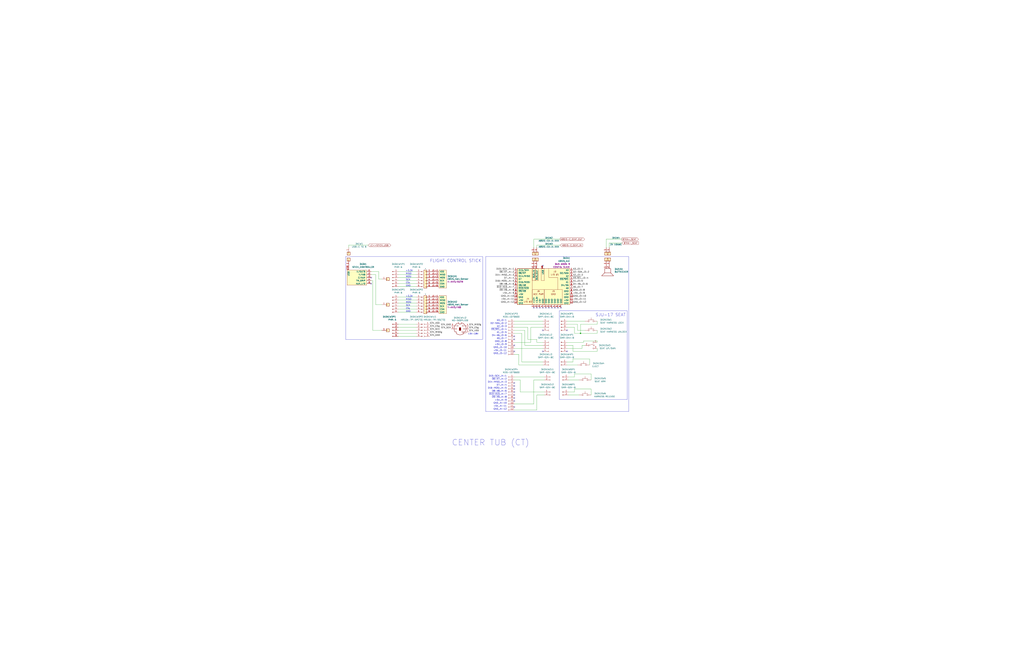
<source format=kicad_sch>
(kicad_sch (version 20230121) (generator eeschema)
  (paper "D")
  (title_block (title "INTERCONNECT,") (date "2023-06-10") (rev "-") (company "OPENHORNET.COM") (comment 1 "OH-INTERCONNECT") (comment 2 "OPENHORNET SYSTEM") (comment 3 "TOP LEVEL") (comment 4 "J. STEENSEN") (comment 6 "J. STEENSEN"))
  (lib_symbols
    (symbol "Connector:Mini-DIN-5" (pin_names (offset 1.016))
      (property "Reference" "J" (at 0 6.35 0))
      (property "Value" "Mini-DIN-5" (at 0 -6.35 0))
      (symbol "Mini-DIN-5_0_1"
        (circle (center -3.302 0) (radius 0.508))
        (arc (start -3.048 -4.064) (mid 0 -5.08) (end 3.048 -4.064) (stroke (width 0.254)))
        (circle (center -2.032 2.54) (radius 0.508))
        (arc (start -1.016 5.08) (mid -4.6228 2.1214) (end -4.318 -2.54) (stroke (width 0.254)))
        (rectangle (start -0.762 1.016) (end 0.762 -1.524) (fill (type outline)))
        (polyline (pts (xy -3.81 0) (xy -5.08 0)))
        (polyline (pts (xy -2.54 2.54) (xy -5.08 2.54)))
        (polyline (pts (xy 2.794 2.54) (xy 5.08 2.54)))
        (polyline (pts (xy 5.08 0) (xy 3.81 0)))
        (polyline (pts (xy -4.318 -2.54) (xy -3.048 -2.54) (xy -3.048 -4.064)) (stroke (width 0.254)))
        (polyline (pts (xy 4.318 -2.54) (xy 3.048 -2.54) (xy 3.048 -4.064)) (stroke (width 0.254)))
        (polyline (pts (xy -1.016 5.08) (xy -1.016 4.064) (xy 1.016 4.064) (xy 1.016 5.08)) (stroke (width 0.254)))
        (polyline (pts (xy 2.032 -3.048) (xy 2.032 -3.556) (xy 5.08 -3.556) (xy 5.08 -2.54)))
        (circle (center 2.032 -2.54) (radius 0.508))
        (circle (center 2.286 2.54) (radius 0.508))
        (circle (center 3.302 0) (radius 0.508))
        (arc (start 4.318 -2.54) (mid 4.6661 2.1322) (end 1.016 5.08) (stroke (width 0.254)))
      )
      (symbol "Mini-DIN-5_1_1"
        (pin passive line (at 7.62 -2.54 180) (length 2.54) (name "~") (number "1"))
        (pin passive line (at 7.62 0 180) (length 2.54) (name "~") (number "2"))
        (pin passive line (at -7.62 0 0) (length 2.54) (name "~") (number "3"))
        (pin passive line (at 7.62 2.54 180) (length 2.54) (name "~") (number "4"))
        (pin passive line (at -7.62 2.54 0) (length 2.54) (name "~") (number "5"))
      )
    )
    (symbol "Connector_Generic:Conn_01x01" (pin_names (offset 1.016) hide)
      (property "Reference" "J" (at 0 2.54 0))
      (property "Value" "Conn_01x01" (at 0 -2.54 0))
      (symbol "Conn_01x01_1_1"
        (rectangle (start -1.27 0.127) (end 0 -0.127) (stroke (width 0.1524)))
        (rectangle (start -1.27 1.27) (end 1.27 -1.27) (stroke (width 0.254)) (fill (type background)))
        (pin passive line (at -5.08 0 0) (length 3.81) (name "Pin_1") (number "1"))
      )
    )
    (symbol "Connector_Generic:Conn_01x06" (pin_names (offset 1.016) hide)
      (property "Reference" "J" (at 0 7.62 0))
      (property "Value" "Conn_01x06" (at 0 -10.16 0))
      (symbol "Conn_01x06_1_1"
        (rectangle (start -1.27 -7.493) (end 0 -7.747) (stroke (width 0.1524)))
        (rectangle (start -1.27 -4.953) (end 0 -5.207) (stroke (width 0.1524)))
        (rectangle (start -1.27 -2.413) (end 0 -2.667) (stroke (width 0.1524)))
        (rectangle (start -1.27 0.127) (end 0 -0.127) (stroke (width 0.1524)))
        (rectangle (start -1.27 2.667) (end 0 2.413) (stroke (width 0.1524)))
        (rectangle (start -1.27 5.207) (end 0 4.953) (stroke (width 0.1524)))
        (rectangle (start -1.27 6.35) (end 1.27 -8.89) (stroke (width 0.254)) (fill (type background)))
        (pin passive line (at -5.08 5.08 0) (length 3.81) (name "Pin_1") (number "1"))
        (pin passive line (at -5.08 2.54 0) (length 3.81) (name "Pin_2") (number "2"))
        (pin passive line (at -5.08 0 0) (length 3.81) (name "Pin_3") (number "3"))
        (pin passive line (at -5.08 -2.54 0) (length 3.81) (name "Pin_4") (number "4"))
        (pin passive line (at -5.08 -5.08 0) (length 3.81) (name "Pin_5") (number "5"))
        (pin passive line (at -5.08 -7.62 0) (length 3.81) (name "Pin_6") (number "6"))
      )
    )
    (symbol "Device:Speaker" (pin_names (offset 0) hide)
      (property "Reference" "LS" (at 1.27 5.715 0))
      (property "Value" "Speaker" (at 1.27 3.81 0))
      (symbol "Speaker_0_0"
        (rectangle (start -2.54 1.27) (end 1.016 -3.81) (stroke (width 0.254)))
        (polyline (pts (xy 1.016 1.27) (xy 3.556 3.81) (xy 3.556 -6.35) (xy 1.016 -3.81)) (stroke (width 0.254)))
      )
      (symbol "Speaker_1_1"
        (pin input line (at -5.08 0 0) (length 2.54) (name "1") (number "1"))
        (pin input line (at -5.08 -2.54 0) (length 2.54) (name "2") (number "2"))
      )
    )
    (symbol "OH_Interconnect:ABSIS_ALE-ABSIS_2.0" (pin_names (offset 1.016))
      (property "Reference" "A" (at 15.24 24.13 0))
      (property "Value" "ABSIS_2.0_ABSIS_ALE" (at 15.24 21.59 0))
      (property "RS485 ADDR" "BUS ADDR: ?" (at 15.24 19.05 0))
      (property "CONFIG" "CONFIG: RS485 SLAVE" (at 15.24 16.51 0))
      (symbol "ABSIS_ALE-ABSIS_2.0_0_0"
        (rectangle (start -29.21 15.24) (end -16.51 -15.24))
        (rectangle (start -16.51 -15.24) (end -6.35 -2.54))
        (rectangle (start -16.51 15.24) (end -13.97 5.08))
        (rectangle (start -13.97 15.24) (end -11.43 5.08))
        (rectangle (start -8.89 15.24) (end -6.35 5.08))
        (rectangle (start -6.35 -15.24) (end 8.89 -2.54))
        (rectangle (start 8.89 -2.54) (end 8.89 -2.54))
        (text "ACC PWR" (at -11.43 -6.35 0) (effects (font (size 1.27 1.27))))
        (text "GND" (at 1.27 -6.35 0) (effects (font (size 1.27 1.27))))
        (text "I/O #1" (at 2.54 10.16 0) (effects (font (size 1.27 1.27))))
        (text "I/O #2" (at -20.32 -12.7 0) (effects (font (size 1.27 1.27))))
        (text "J3" (at 2.54 12.7 0) (effects (font (size 1.27 1.27))))
        (text "J4" (at -20.32 -10.16 0) (effects (font (size 1.27 1.27))))
        (text "J5" (at 1.27 -3.81 0) (effects (font (size 1.27 1.27))))
        (text "J6" (at -11.43 -3.81 0) (effects (font (size 1.27 1.27))))
        (pin unspecified line (at -15.24 -17.78 90) (length 2.54) (name "+12V") (number "1"))
        (pin unspecified line (at 17.78 13.97 180) (length 2.54) (name "A3") (number "1"))
        (pin unspecified line (at -31.75 13.97 0) (length 2.54) (name "D15/SCK") (number "1"))
        (pin unspecified line (at -5.08 -17.78 90) (length 2.54) (name "GND") (number "1"))
        (pin unspecified line (at -31.75 -8.89 0) (length 2.54) (name "GND") (number "10"))
        (pin unspecified line (at 17.78 -8.89 180) (length 2.54) (name "GND") (number "10"))
        (pin unspecified line (at -31.75 -11.43 0) (length 2.54) (name "+5V") (number "11"))
        (pin unspecified line (at 17.78 -11.43 180) (length 2.54) (name "+5V") (number "11"))
        (pin unspecified line (at -31.75 -13.97 0) (length 2.54) (name "GND") (number "12"))
        (pin unspecified line (at 17.78 -13.97 180) (length 2.54) (name "GND") (number "12"))
        (pin unspecified line (at -12.7 -17.78 90) (length 2.54) (name "+3.3V") (number "2"))
        (pin unspecified line (at 17.78 11.43 180) (length 2.54) (name "D2/SDA") (number "2"))
        (pin unspecified line (at -2.54 -17.78 90) (length 2.54) (name "GND") (number "2"))
        (pin unspecified line (at -31.75 11.43 0) (length 2.54) (name "~{D6/A7}") (number "2"))
        (pin unspecified line (at -10.16 -17.78 90) (length 2.54) (name "+5V") (number "3"))
        (pin unspecified line (at 17.78 8.89 180) (length 2.54) (name "A2") (number "3"))
        (pin unspecified line (at -31.75 8.89 0) (length 2.54) (name "D14/MISO") (number "3"))
        (pin unspecified line (at 0 -17.78 90) (length 2.54) (name "GND") (number "3"))
        (pin unspecified line (at -31.75 6.35 0) (length 2.54) (name "D7") (number "4"))
        (pin unspecified line (at -7.62 -17.78 90) (length 2.54) (name "GND") (number "4"))
        (pin unspecified line (at 2.54 -17.78 90) (length 2.54) (name "GND") (number "4"))
        (pin unspecified line (at 17.78 6.35 180) (length 2.54) (name "~{D3/SCL}") (number "4"))
        (pin unspecified line (at 17.78 3.81 180) (length 2.54) (name "A1") (number "5"))
        (pin unspecified line (at -31.75 3.81 0) (length 2.54) (name "D16/MOSI") (number "5"))
        (pin unspecified line (at 5.08 -17.78 90) (length 2.54) (name "GND") (number "5"))
        (pin unspecified line (at 17.78 1.27 180) (length 2.54) (name "D4/D6") (number "6"))
        (pin unspecified line (at -31.75 1.27 0) (length 2.54) (name "D8/A8") (number "6"))
        (pin unspecified line (at 7.62 -17.78 90) (length 2.54) (name "GND") (number "6"))
        (pin unspecified line (at 17.78 -1.27 180) (length 2.54) (name "A0") (number "7"))
        (pin unspecified line (at -31.75 -1.27 0) (length 2.54) (name "~{D10/A10}") (number "7"))
        (pin unspecified line (at 17.78 -3.81 180) (length 2.54) (name "GND") (number "8"))
        (pin unspecified line (at -31.75 -3.81 0) (length 2.54) (name "~{D9/A9}") (number "8"))
        (pin unspecified line (at -31.75 -6.35 0) (length 2.54) (name "+5V") (number "9"))
        (pin unspecified line (at 17.78 -6.35 180) (length 2.54) (name "+5V") (number "9"))
        (pin bidirectional line (at -15.24 17.78 270) (length 2.54) (name "BUS_IN") (number "J1"))
        (pin bidirectional line (at -12.7 17.78 270) (length 2.54) (name "BUS_OUT") (number "J2"))
        (pin unspecified line (at -7.62 17.78 270) (length 2.54) (name "USB") (number "USB"))
      )
      (symbol "ABSIS_ALE-ABSIS_2.0_0_1"
        (polyline (pts (xy -2.54 15.24) (xy -2.54 7.62) (xy 5.08 7.62) (xy 5.08 -2.54)))
        (rectangle (start 15.24 -15.24) (end -29.21 15.24) (fill (type background)))
      )
    )
    (symbol "OH_Interconnect:ABSIS_Hall_Sensor-ABSIS_2.0" (pin_names (offset 1.016))
      (property "Reference" "A" (at 7.62 -1.27 0))
      (property "Value" "ABSIS_2.0_ABSIS_Hall_Sensor" (at 7.62 -3.81 0))
      (symbol "ABSIS_Hall_Sensor-ABSIS_2.0_0_0"
        (pin unspecified line (at -6.35 -5.08 0) (length 5.9944) (name "MISO") (number "J1-2"))
        (pin unspecified line (at -6.35 -7.62 0) (length 5.9944) (name "MOSI") (number "J1-3"))
        (pin unspecified line (at -6.35 -10.16 0) (length 5.9944) (name "SCK") (number "J1-4"))
        (pin unspecified line (at -6.35 -12.7 0) (length 5.9944) (name "CSN") (number "J1-5"))
        (pin unspecified line (at -6.35 -15.24 0) (length 5.9944) (name "GND") (number "J1-6"))
      )
      (symbol "ABSIS_Hall_Sensor-ABSIS_2.0_0_1"
        (rectangle (start 0 -1.27) (end 6.35 -16.51) (fill (type background)))
      )
      (symbol "ABSIS_Hall_Sensor-ABSIS_2.0_1_0"
        (pin unspecified line (at -6.35 -2.54 0) (length 5.9944) (name "VDD") (number "J1-1"))
      )
    )
    (symbol "OH_Interconnect:Conn_01x02_Female-Connector" (pin_names (offset 1.016) hide)
      (property "Reference" "J" (at 0 2.54 0))
      (property "Value" "Connector_Conn_01x02_Female" (at 0 -5.08 0))
      (symbol "Conn_01x02_Female-Connector_1_1"
        (arc (start 0 -2.032) (mid -0.5058 -2.54) (end 0 -3.048) (stroke (width 0.1524)))
        (polyline (pts (xy -1.27 -2.54) (xy -0.508 -2.54)) (stroke (width 0.1524)))
        (polyline (pts (xy -1.27 0) (xy -0.508 0)) (stroke (width 0.1524)))
        (arc (start 0 0.508) (mid -0.5058 0) (end 0 -0.508) (stroke (width 0.1524)))
        (pin passive line (at -5.08 0 0) (length 3.81) (name "Pin_1") (number "1"))
        (pin passive line (at -5.08 -2.54 0) (length 3.81) (name "Pin_2") (number "2"))
      )
    )
    (symbol "OH_Interconnect:Conn_01x02_Male-Connector" (pin_names (offset 1.016) hide)
      (property "Reference" "J" (at 0 2.54 0))
      (property "Value" "Connector_Conn_01x02_Male" (at 0 -5.08 0))
      (symbol "Conn_01x02_Male-Connector_1_1"
        (polyline (pts (xy 1.27 -2.54) (xy 0.8636 -2.54)) (stroke (width 0.1524)))
        (polyline (pts (xy 1.27 0) (xy 0.8636 0)) (stroke (width 0.1524)))
        (rectangle (start 0.8636 -2.413) (end 0 -2.667) (stroke (width 0.1524)) (fill (type outline)))
        (rectangle (start 0.8636 0.127) (end 0 -0.127) (stroke (width 0.1524)) (fill (type outline)))
        (pin passive line (at 5.08 0 180) (length 3.81) (name "Pin_1") (number "1"))
        (pin passive line (at 5.08 -2.54 180) (length 3.81) (name "Pin_2") (number "2"))
      )
    )
    (symbol "OH_Interconnect:Conn_01x04_Female-Connector" (pin_names (offset 1.016) hide)
      (property "Reference" "J" (at 0 5.08 0))
      (property "Value" "Connector_Conn_01x04_Female" (at 0 -7.62 0))
      (symbol "Conn_01x04_Female-Connector_1_1"
        (arc (start 0 -4.572) (mid -0.5058 -5.08) (end 0 -5.588) (stroke (width 0.1524)))
        (arc (start 0 -2.032) (mid -0.5058 -2.54) (end 0 -3.048) (stroke (width 0.1524)))
        (polyline (pts (xy -1.27 -5.08) (xy -0.508 -5.08)) (stroke (width 0.1524)))
        (polyline (pts (xy -1.27 -2.54) (xy -0.508 -2.54)) (stroke (width 0.1524)))
        (polyline (pts (xy -1.27 0) (xy -0.508 0)) (stroke (width 0.1524)))
        (polyline (pts (xy -1.27 2.54) (xy -0.508 2.54)) (stroke (width 0.1524)))
        (arc (start 0 0.508) (mid -0.5058 0) (end 0 -0.508) (stroke (width 0.1524)))
        (arc (start 0 3.048) (mid -0.5058 2.54) (end 0 2.032) (stroke (width 0.1524)))
        (pin passive line (at -5.08 2.54 0) (length 3.81) (name "Pin_1") (number "1"))
        (pin passive line (at -5.08 0 0) (length 3.81) (name "Pin_2") (number "2"))
        (pin passive line (at -5.08 -2.54 0) (length 3.81) (name "Pin_3") (number "3"))
        (pin passive line (at -5.08 -5.08 0) (length 3.81) (name "Pin_4") (number "4"))
      )
    )
    (symbol "OH_Interconnect:Conn_01x04_Male-Connector" (pin_names (offset 1.016) hide)
      (property "Reference" "J" (at 0 5.08 0))
      (property "Value" "Connector_Conn_01x04_Male" (at 0 -7.62 0))
      (symbol "Conn_01x04_Male-Connector_1_1"
        (polyline (pts (xy 1.27 -5.08) (xy 0.8636 -5.08)) (stroke (width 0.1524)))
        (polyline (pts (xy 1.27 -2.54) (xy 0.8636 -2.54)) (stroke (width 0.1524)))
        (polyline (pts (xy 1.27 0) (xy 0.8636 0)) (stroke (width 0.1524)))
        (polyline (pts (xy 1.27 2.54) (xy 0.8636 2.54)) (stroke (width 0.1524)))
        (rectangle (start 0.8636 -4.953) (end 0 -5.207) (stroke (width 0.1524)) (fill (type outline)))
        (rectangle (start 0.8636 -2.413) (end 0 -2.667) (stroke (width 0.1524)) (fill (type outline)))
        (rectangle (start 0.8636 0.127) (end 0 -0.127) (stroke (width 0.1524)) (fill (type outline)))
        (rectangle (start 0.8636 2.667) (end 0 2.413) (stroke (width 0.1524)) (fill (type outline)))
        (pin passive line (at 5.08 2.54 180) (length 3.81) (name "Pin_1") (number "1"))
        (pin passive line (at 5.08 0 180) (length 3.81) (name "Pin_2") (number "2"))
        (pin passive line (at 5.08 -2.54 180) (length 3.81) (name "Pin_3") (number "3"))
        (pin passive line (at 5.08 -5.08 180) (length 3.81) (name "Pin_4") (number "4"))
      )
    )
    (symbol "OH_Interconnect:Conn_01x05_Female-Connector" (pin_names (offset 1.016) hide)
      (property "Reference" "J" (at 0 7.62 0))
      (property "Value" "Connector_Conn_01x05_Female" (at 0 -7.62 0))
      (symbol "Conn_01x05_Female-Connector_1_1"
        (arc (start 0 -4.572) (mid -0.5058 -5.08) (end 0 -5.588) (stroke (width 0.1524)))
        (arc (start 0 -2.032) (mid -0.5058 -2.54) (end 0 -3.048) (stroke (width 0.1524)))
        (polyline (pts (xy -1.27 -5.08) (xy -0.508 -5.08)) (stroke (width 0.1524)))
        (polyline (pts (xy -1.27 -2.54) (xy -0.508 -2.54)) (stroke (width 0.1524)))
        (polyline (pts (xy -1.27 0) (xy -0.508 0)) (stroke (width 0.1524)))
        (polyline (pts (xy -1.27 2.54) (xy -0.508 2.54)) (stroke (width 0.1524)))
        (polyline (pts (xy -1.27 5.08) (xy -0.508 5.08)) (stroke (width 0.1524)))
        (arc (start 0 0.508) (mid -0.5058 0) (end 0 -0.508) (stroke (width 0.1524)))
        (arc (start 0 3.048) (mid -0.5058 2.54) (end 0 2.032) (stroke (width 0.1524)))
        (arc (start 0 5.588) (mid -0.5058 5.08) (end 0 4.572) (stroke (width 0.1524)))
        (pin passive line (at -5.08 5.08 0) (length 3.81) (name "Pin_1") (number "1"))
        (pin passive line (at -5.08 2.54 0) (length 3.81) (name "Pin_2") (number "2"))
        (pin passive line (at -5.08 0 0) (length 3.81) (name "Pin_3") (number "3"))
        (pin passive line (at -5.08 -2.54 0) (length 3.81) (name "Pin_4") (number "4"))
        (pin passive line (at -5.08 -5.08 0) (length 3.81) (name "Pin_5") (number "5"))
      )
    )
    (symbol "OH_Interconnect:Conn_01x05_Male-Connector" (pin_names (offset 1.016) hide)
      (property "Reference" "J" (at 0 7.62 0))
      (property "Value" "Connector_Conn_01x05_Male" (at 0 -7.62 0))
      (symbol "Conn_01x05_Male-Connector_1_1"
        (polyline (pts (xy 1.27 -5.08) (xy 0.8636 -5.08)) (stroke (width 0.1524)))
        (polyline (pts (xy 1.27 -2.54) (xy 0.8636 -2.54)) (stroke (width 0.1524)))
        (polyline (pts (xy 1.27 0) (xy 0.8636 0)) (stroke (width 0.1524)))
        (polyline (pts (xy 1.27 2.54) (xy 0.8636 2.54)) (stroke (width 0.1524)))
        (polyline (pts (xy 1.27 5.08) (xy 0.8636 5.08)) (stroke (width 0.1524)))
        (rectangle (start 0.8636 -4.953) (end 0 -5.207) (stroke (width 0.1524)) (fill (type outline)))
        (rectangle (start 0.8636 -2.413) (end 0 -2.667) (stroke (width 0.1524)) (fill (type outline)))
        (rectangle (start 0.8636 0.127) (end 0 -0.127) (stroke (width 0.1524)) (fill (type outline)))
        (rectangle (start 0.8636 2.667) (end 0 2.413) (stroke (width 0.1524)) (fill (type outline)))
        (rectangle (start 0.8636 5.207) (end 0 4.953) (stroke (width 0.1524)) (fill (type outline)))
        (pin passive line (at 5.08 5.08 180) (length 3.81) (name "Pin_1") (number "1"))
        (pin passive line (at 5.08 2.54 180) (length 3.81) (name "Pin_2") (number "2"))
        (pin passive line (at 5.08 0 180) (length 3.81) (name "Pin_3") (number "3"))
        (pin passive line (at 5.08 -2.54 180) (length 3.81) (name "Pin_4") (number "4"))
        (pin passive line (at 5.08 -5.08 180) (length 3.81) (name "Pin_5") (number "5"))
      )
    )
    (symbol "OH_Interconnect:Conn_01x06_Male-Connector" (pin_names (offset 1.016) hide)
      (property "Reference" "J" (at 0 7.62 0))
      (property "Value" "Connector_Conn_01x06_Male" (at 0 -10.16 0))
      (symbol "Conn_01x06_Male-Connector_1_1"
        (polyline (pts (xy 1.27 -7.62) (xy 0.8636 -7.62)) (stroke (width 0.1524)))
        (polyline (pts (xy 1.27 -5.08) (xy 0.8636 -5.08)) (stroke (width 0.1524)))
        (polyline (pts (xy 1.27 -2.54) (xy 0.8636 -2.54)) (stroke (width 0.1524)))
        (polyline (pts (xy 1.27 0) (xy 0.8636 0)) (stroke (width 0.1524)))
        (polyline (pts (xy 1.27 2.54) (xy 0.8636 2.54)) (stroke (width 0.1524)))
        (polyline (pts (xy 1.27 5.08) (xy 0.8636 5.08)) (stroke (width 0.1524)))
        (rectangle (start 0.8636 -7.493) (end 0 -7.747) (stroke (width 0.1524)) (fill (type outline)))
        (rectangle (start 0.8636 -4.953) (end 0 -5.207) (stroke (width 0.1524)) (fill (type outline)))
        (rectangle (start 0.8636 -2.413) (end 0 -2.667) (stroke (width 0.1524)) (fill (type outline)))
        (rectangle (start 0.8636 0.127) (end 0 -0.127) (stroke (width 0.1524)) (fill (type outline)))
        (rectangle (start 0.8636 2.667) (end 0 2.413) (stroke (width 0.1524)) (fill (type outline)))
        (rectangle (start 0.8636 5.207) (end 0 4.953) (stroke (width 0.1524)) (fill (type outline)))
        (pin passive line (at 5.08 5.08 180) (length 3.81) (name "Pin_1") (number "1"))
        (pin passive line (at 5.08 2.54 180) (length 3.81) (name "Pin_2") (number "2"))
        (pin passive line (at 5.08 0 180) (length 3.81) (name "Pin_3") (number "3"))
        (pin passive line (at 5.08 -2.54 180) (length 3.81) (name "Pin_4") (number "4"))
        (pin passive line (at 5.08 -5.08 180) (length 3.81) (name "Pin_5") (number "5"))
        (pin passive line (at 5.08 -7.62 180) (length 3.81) (name "Pin_6") (number "6"))
      )
    )
    (symbol "OH_Interconnect:Conn_01x12_Female-Connector" (pin_names (offset 1.016) hide)
      (property "Reference" "J" (at 0 15.24 0))
      (property "Value" "Connector_Conn_01x12_Female" (at 0 -17.78 0))
      (symbol "Conn_01x12_Female-Connector_1_1"
        (arc (start 0 -14.732) (mid -0.5058 -15.24) (end 0 -15.748) (stroke (width 0.1524)))
        (arc (start 0 -12.192) (mid -0.5058 -12.7) (end 0 -13.208) (stroke (width 0.1524)))
        (arc (start 0 -9.652) (mid -0.5058 -10.16) (end 0 -10.668) (stroke (width 0.1524)))
        (arc (start 0 -7.112) (mid -0.5058 -7.62) (end 0 -8.128) (stroke (width 0.1524)))
        (arc (start 0 -4.572) (mid -0.5058 -5.08) (end 0 -5.588) (stroke (width 0.1524)))
        (arc (start 0 -2.032) (mid -0.5058 -2.54) (end 0 -3.048) (stroke (width 0.1524)))
        (polyline (pts (xy -1.27 -15.24) (xy -0.508 -15.24)) (stroke (width 0.1524)))
        (polyline (pts (xy -1.27 -12.7) (xy -0.508 -12.7)) (stroke (width 0.1524)))
        (polyline (pts (xy -1.27 -10.16) (xy -0.508 -10.16)) (stroke (width 0.1524)))
        (polyline (pts (xy -1.27 -7.62) (xy -0.508 -7.62)) (stroke (width 0.1524)))
        (polyline (pts (xy -1.27 -5.08) (xy -0.508 -5.08)) (stroke (width 0.1524)))
        (polyline (pts (xy -1.27 -2.54) (xy -0.508 -2.54)) (stroke (width 0.1524)))
        (polyline (pts (xy -1.27 0) (xy -0.508 0)) (stroke (width 0.1524)))
        (polyline (pts (xy -1.27 2.54) (xy -0.508 2.54)) (stroke (width 0.1524)))
        (polyline (pts (xy -1.27 5.08) (xy -0.508 5.08)) (stroke (width 0.1524)))
        (polyline (pts (xy -1.27 7.62) (xy -0.508 7.62)) (stroke (width 0.1524)))
        (polyline (pts (xy -1.27 10.16) (xy -0.508 10.16)) (stroke (width 0.1524)))
        (polyline (pts (xy -1.27 12.7) (xy -0.508 12.7)) (stroke (width 0.1524)))
        (arc (start 0 0.508) (mid -0.5058 0) (end 0 -0.508) (stroke (width 0.1524)))
        (arc (start 0 3.048) (mid -0.5058 2.54) (end 0 2.032) (stroke (width 0.1524)))
        (arc (start 0 5.588) (mid -0.5058 5.08) (end 0 4.572) (stroke (width 0.1524)))
        (arc (start 0 8.128) (mid -0.5058 7.62) (end 0 7.112) (stroke (width 0.1524)))
        (arc (start 0 10.668) (mid -0.5058 10.16) (end 0 9.652) (stroke (width 0.1524)))
        (arc (start 0 13.208) (mid -0.5058 12.7) (end 0 12.192) (stroke (width 0.1524)))
        (pin passive line (at -5.08 12.7 0) (length 3.81) (name "Pin_1") (number "1"))
        (pin passive line (at -5.08 -10.16 0) (length 3.81) (name "Pin_10") (number "10"))
        (pin passive line (at -5.08 -12.7 0) (length 3.81) (name "Pin_11") (number "11"))
        (pin passive line (at -5.08 -15.24 0) (length 3.81) (name "Pin_12") (number "12"))
        (pin passive line (at -5.08 10.16 0) (length 3.81) (name "Pin_2") (number "2"))
        (pin passive line (at -5.08 7.62 0) (length 3.81) (name "Pin_3") (number "3"))
        (pin passive line (at -5.08 5.08 0) (length 3.81) (name "Pin_4") (number "4"))
        (pin passive line (at -5.08 2.54 0) (length 3.81) (name "Pin_5") (number "5"))
        (pin passive line (at -5.08 0 0) (length 3.81) (name "Pin_6") (number "6"))
        (pin passive line (at -5.08 -2.54 0) (length 3.81) (name "Pin_7") (number "7"))
        (pin passive line (at -5.08 -5.08 0) (length 3.81) (name "Pin_8") (number "8"))
        (pin passive line (at -5.08 -7.62 0) (length 3.81) (name "Pin_9") (number "9"))
      )
    )
    (symbol "OpenHornet:STICK_CONTROLLER" (pin_names (offset 1.016))
      (property "Reference" "A" (at 6.35 16.51 0))
      (property "Value" "STICK_CONTROLLER" (at -6.35 13.97 0))
      (symbol "STICK_CONTROLLER_0_0"
        (pin unspecified line (at 11.43 11.43 180) (length 3.81) (name "X/OUTB") (number "J1"))
        (pin unspecified line (at 11.43 8.89 180) (length 3.81) (name "Y/INB") (number "J2"))
        (pin unspecified line (at 11.43 6.35 180) (length 3.81) (name "Z/AUX") (number "J3"))
        (pin unspecified line (at 11.43 3.81 180) (length 3.81) (name "TM_GRIP") (number "J4"))
        (pin unspecified line (at 11.43 1.27 180) (length 3.81) (name "AUX_I/O") (number "J5"))
        (pin unspecified line (at -7.62 16.51 270) (length 3.81) (name "USB") (number "USB"))
      )
      (symbol "STICK_CONTROLLER_0_1"
        (rectangle (start -8.89 12.7) (end 7.62 0) (fill (type background)))
      )
    )
    (symbol "Switch:SW_Push" (pin_numbers hide) (pin_names (offset 1.016) hide)
      (property "Reference" "SW" (at 1.27 2.54 0))
      (property "Value" "SW_Push" (at 0 -1.524 0))
      (symbol "SW_Push_0_1"
        (circle (center -2.032 0) (radius 0.508))
        (polyline (pts (xy 0 1.27) (xy 0 3.048)))
        (polyline (pts (xy 2.54 1.27) (xy -2.54 1.27)))
        (circle (center 2.032 0) (radius 0.508))
        (pin passive line (at -5.08 0 0) (length 2.54) (name "1") (number "1"))
        (pin passive line (at 5.08 0 180) (length 2.54) (name "2") (number "2"))
      )
    )
    (symbol "Switch:SW_SPDT_MSM" (pin_names (offset 0) hide)
      (property "Reference" "SW" (at 0 5.08 0))
      (property "Value" "SW_SPDT_MSM" (at 0 -5.08 0))
      (symbol "SW_SPDT_MSM_0_0"
        (circle (center -2.032 0) (radius 0.508))
        (polyline (pts (xy -1.524 0.127) (xy 1.778 1.016)))
        (circle (center 2.032 -2.54) (radius 0.508))
      )
      (symbol "SW_SPDT_MSM_0_1"
        (circle (center 2.032 2.54) (radius 0.508))
        (circle (center 2.286 0) (radius 0.508))
      )
      (symbol "SW_SPDT_MSM_1_1"
        (pin passive line (at 5.08 2.54 180) (length 2.54) (name "1") (number "1"))
        (pin passive line (at -5.08 0 0) (length 2.54) (name "2") (number "2"))
        (pin passive line (at 5.08 -2.54 180) (length 2.54) (name "3") (number "3"))
      )
    )
  )
  (junction (at 489.585 281.305))
  (no_connect (at 457.835 278.765))
  (no_connect (at 433.705 328.295))
  (no_connect (at 433.705 325.755))
  (no_connect (at 452.755 259.715))
  (no_connect (at 433.705 338.455))
  (no_connect (at 457.835 224.155))
  (no_connect (at 433.705 283.845))
  (no_connect (at 457.835 259.715))
  (no_connect (at 457.835 296.545))
  (no_connect (at 465.455 259.715))
  (no_connect (at 433.705 333.375))
  (no_connect (at 462.915 259.715))
  (no_connect (at 433.705 330.835))
  (no_connect (at 478.155 296.545))
  (no_connect (at 433.705 335.915))
  (no_connect (at 433.705 343.535))
  (no_connect (at 455.295 259.715))
  (no_connect (at 478.155 278.765))
  (no_connect (at 460.375 259.715))
  (no_connect (at 433.705 296.545))
  (no_connect (at 470.535 259.715))
  (no_connect (at 433.705 323.215))
  (no_connect (at 313.055 234.315))
  (no_connect (at 473.075 259.715))
  (no_connect (at 467.995 259.715))
  (no_connect (at 433.705 286.385))
  (no_connect (at 433.705 291.465))
  (no_connect (at 313.055 239.395))
  (no_connect (at 450.215 259.715))
  (wire (pts (xy 316.865 257.175) (xy 321.945 257.175)))
  (wire (pts (xy 503.555 271.145) (xy 503.555 273.685)))
  (wire (pts (xy 472.44 201.93) (xy 450.215 201.93)))
  (wire (pts (xy 498.475 320.675) (xy 498.475 315.595)))
  (wire (pts (xy 457.835 291.465) (xy 442.595 291.465)))
  (wire (pts (xy 459.105 320.675) (xy 450.215 320.675)))
  (wire (pts (xy 319.405 229.235) (xy 319.405 235.585)))
  (wire (pts (xy 497.205 302.895) (xy 483.235 302.895)))
  (polyline (pts (xy 528.955 262.255) (xy 528.955 337.185)))
  (wire (pts (xy 490.855 294.005) (xy 478.155 294.005)))
  (polyline (pts (xy 407.035 286.385) (xy 291.465 286.385)))
  (wire (pts (xy 313.055 236.855) (xy 314.325 236.855)))
  (wire (pts (xy 452.755 286.385) (xy 445.135 286.385)))
  (wire (pts (xy 497.205 307.975) (xy 497.205 302.895)))
  (polyline (pts (xy 528.955 337.185) (xy 471.805 337.185)))
  (wire (pts (xy 450.215 340.995) (xy 433.705 340.995)))
  (wire (pts (xy 498.475 333.375) (xy 498.475 328.295)))
  (wire (pts (xy 440.055 305.435) (xy 440.055 281.305)))
  (polyline (pts (xy 409.575 216.535) (xy 530.225 216.535)))
  (wire (pts (xy 484.505 330.835) (xy 479.425 330.835)))
  (wire (pts (xy 503.555 296.545) (xy 483.235 296.545)))
  (wire (pts (xy 440.055 281.305) (xy 433.705 281.305)))
  (wire (pts (xy 457.835 305.435) (xy 440.055 305.435)))
  (wire (pts (xy 492.125 287.655) (xy 503.555 287.655)))
  (wire (pts (xy 524.51 201.93) (xy 511.175 201.93)))
  (wire (pts (xy 335.915 273.685) (xy 351.155 273.685)))
  (wire (pts (xy 503.555 288.925) (xy 503.555 287.655)))
  (wire (pts (xy 316.865 231.775) (xy 316.865 257.175)))
  (wire (pts (xy 445.135 286.385) (xy 445.135 276.225)))
  (wire (pts (xy 313.055 231.775) (xy 316.865 231.775)))
  (wire (pts (xy 433.705 294.005) (xy 457.835 294.005)))
  (wire (pts (xy 437.515 307.975) (xy 437.515 299.085)))
  (wire (pts (xy 351.155 258.445) (xy 335.915 258.445)))
  (wire (pts (xy 452.755 333.375) (xy 452.755 346.075)))
  (wire (pts (xy 457.835 307.975) (xy 437.515 307.975)))
  (polyline (pts (xy 409.575 347.345) (xy 409.575 216.535)))
  (wire (pts (xy 513.715 208.915) (xy 513.715 205.105)))
  (wire (pts (xy 459.105 318.135) (xy 433.705 318.135)))
  (wire (pts (xy 335.915 250.825) (xy 351.155 250.825)))
  (wire (pts (xy 447.675 288.925) (xy 433.705 288.925)))
  (wire (pts (xy 483.235 296.545) (xy 483.235 291.465)))
  (wire (pts (xy 498.475 328.295) (xy 484.505 328.295)))
  (wire (pts (xy 484.505 315.595) (xy 484.505 318.135)))
  (wire (pts (xy 351.155 231.775) (xy 335.915 231.775)))
  (wire (pts (xy 490.855 291.465) (xy 490.855 294.005)))
  (wire (pts (xy 524.51 205.105) (xy 513.715 205.105)))
  (wire (pts (xy 351.155 239.395) (xy 335.915 239.395)))
  (polyline (pts (xy 291.465 216.535) (xy 407.035 216.535)))
  (wire (pts (xy 493.395 271.145) (xy 478.155 271.145)))
  (polyline (pts (xy 471.805 337.185) (xy 471.805 262.255)))
  (wire (pts (xy 484.505 318.135) (xy 479.425 318.135)))
  (wire (pts (xy 450.215 320.675) (xy 450.215 340.995)))
  (wire (pts (xy 492.125 288.925) (xy 478.155 288.925)))
  (wire (pts (xy 487.045 307.975) (xy 478.155 307.975)))
  (wire (pts (xy 483.235 291.465) (xy 478.155 291.465)))
  (wire (pts (xy 457.835 276.225) (xy 447.675 276.225)))
  (wire (pts (xy 335.915 283.845) (xy 351.155 283.845)))
  (wire (pts (xy 314.325 278.765) (xy 321.945 278.765)))
  (polyline (pts (xy 471.805 262.255) (xy 528.955 262.255)))
  (wire (pts (xy 433.705 320.675) (xy 438.785 320.675)))
  (wire (pts (xy 319.405 235.585) (xy 321.945 235.585)))
  (wire (pts (xy 487.045 278.765) (xy 487.045 273.685)))
  (wire (pts (xy 433.705 273.685) (xy 457.835 273.685)))
  (wire (pts (xy 493.395 291.465) (xy 490.855 291.465)))
  (wire (pts (xy 489.585 273.685) (xy 489.585 281.305)))
  (wire (pts (xy 503.555 278.765) (xy 503.555 281.305)))
  (wire (pts (xy 314.325 236.855) (xy 314.325 278.765)))
  (wire (pts (xy 484.505 328.295) (xy 484.505 330.835)))
  (wire (pts (xy 313.055 229.235) (xy 319.405 229.235)))
  (wire (pts (xy 351.155 260.985) (xy 335.915 260.985)))
  (wire (pts (xy 489.585 273.685) (xy 503.555 273.685)))
  (wire (pts (xy 351.155 253.365) (xy 335.915 253.365)))
  (wire (pts (xy 452.755 346.075) (xy 433.705 346.075)))
  (wire (pts (xy 447.675 276.225) (xy 447.675 288.925)))
  (wire (pts (xy 452.755 288.925) (xy 452.755 286.385)))
  (wire (pts (xy 351.155 236.855) (xy 335.915 236.855)))
  (wire (pts (xy 294.005 207.01) (xy 310.515 207.01)))
  (wire (pts (xy 335.915 255.905) (xy 351.155 255.905)))
  (wire (pts (xy 442.595 278.765) (xy 433.705 278.765)))
  (wire (pts (xy 483.235 302.895) (xy 483.235 305.435)))
  (wire (pts (xy 483.235 305.435) (xy 478.155 305.435)))
  (wire (pts (xy 457.835 288.925) (xy 452.755 288.925)))
  (wire (pts (xy 351.155 276.225) (xy 335.915 276.225)))
  (wire (pts (xy 489.585 281.305) (xy 503.555 281.305)))
  (polyline (pts (xy 407.035 216.535) (xy 407.035 286.385)))
  (wire (pts (xy 452.755 207.01) (xy 452.755 208.915)))
  (wire (pts (xy 459.105 333.375) (xy 452.755 333.375)))
  (wire (pts (xy 438.785 330.835) (xy 459.105 330.835)))
  (wire (pts (xy 472.44 207.01) (xy 452.755 207.01)))
  (wire (pts (xy 503.555 294.005) (xy 503.555 296.545)))
  (wire (pts (xy 493.395 278.765) (xy 487.045 278.765)))
  (wire (pts (xy 433.705 271.145) (xy 457.835 271.145)))
  (wire (pts (xy 335.915 278.765) (xy 351.155 278.765)))
  (wire (pts (xy 335.915 229.235) (xy 351.155 229.235)))
  (wire (pts (xy 351.155 281.305) (xy 335.915 281.305)))
  (wire (pts (xy 438.785 320.675) (xy 438.785 330.835)))
  (wire (pts (xy 442.595 291.465) (xy 442.595 278.765)))
  (polyline (pts (xy 530.225 347.345) (xy 409.575 347.345)))
  (wire (pts (xy 445.135 276.225) (xy 433.705 276.225)))
  (wire (pts (xy 351.155 241.935) (xy 335.915 241.935)))
  (wire (pts (xy 294.005 207.01) (xy 294.005 208.915)))
  (wire (pts (xy 484.505 281.305) (xy 484.505 276.225)))
  (wire (pts (xy 489.585 281.305) (xy 484.505 281.305)))
  (wire (pts (xy 484.505 276.225) (xy 478.155 276.225)))
  (wire (pts (xy 488.315 320.675) (xy 479.425 320.675)))
  (wire (pts (xy 437.515 299.085) (xy 433.705 299.085)))
  (wire (pts (xy 511.175 201.93) (xy 511.175 208.915)))
  (wire (pts (xy 488.315 333.375) (xy 479.425 333.375)))
  (wire (pts (xy 335.915 234.315) (xy 351.155 234.315)))
  (wire (pts (xy 450.215 201.93) (xy 450.215 208.915)))
  (polyline (pts (xy 291.465 286.385) (xy 291.465 216.535)))
  (wire (pts (xy 498.475 315.595) (xy 484.505 315.595)))
  (wire (pts (xy 351.155 263.525) (xy 335.915 263.525)))
  (wire (pts (xy 492.125 287.655) (xy 492.125 288.925)))
  (wire (pts (xy 487.045 273.685) (xy 478.155 273.685)))
  (polyline (pts (xy 530.225 216.535) (xy 530.225 347.345)))
  (text "CSy" (at 342.265 260.985 0) (effects (font (size 1.27 1.27)) (justify left bottom)))
  (text "D2-SDA_J3-2" (at 427.355 273.685 0) (effects (font (size 1.27 1.27)) (justify right bottom)))
  (text "+5V_J4-9" (at 427.355 338.455 0) (effects (font (size 1.27 1.27)) (justify right bottom)))
  (text "MOSI" (at 342.265 255.905 0) (effects (font (size 1.27 1.27)) (justify left bottom)))
  (text "FLIGHT CONTROL STICK" (at 362.585 221.615 0) (effects (font (size 2.4892 2.4892)) (justify left bottom)))
  (text "GND_J4-12" (at 427.355 346.075 0) (effects (font (size 1.27 1.27)) (justify right bottom)))
  (text "SCK" (at 342.265 258.445 0) (effects (font (size 1.27 1.27)) (justify left bottom)))
  (text "D8-A8_J4-6" (at 427.355 330.835 0) (effects (font (size 1.27 1.27)) (justify right bottom)))
  (text "~{D10-A10}_J4-7" (at 427.355 333.375 0) (effects (font (size 1.27 1.27)) (justify right bottom)))
  (text "A2_J3-3" (at 427.355 276.225 0) (effects (font (size 1.27 1.27)) (justify right bottom)))
  (text "SCK" (at 342.265 236.855 0) (effects (font (size 1.27 1.27)) (justify left bottom)))
  (text "+5V_J3-9" (at 427.355 291.465 0) (effects (font (size 1.27 1.27)) (justify right bottom)))
  (text "D7_J4-4" (at 427.355 325.755 0) (effects (font (size 1.27 1.27)) (justify right bottom)))
  (text "D16-MOSI_J4-5" (at 427.355 328.295 0) (effects (font (size 1.27 1.27)) (justify right bottom)))
  (text "+5V_J4-11" (at 427.355 343.535 0) (effects (font (size 1.27 1.27)) (justify right bottom)))
  (text "+5V_J3-11" (at 427.355 296.545 0) (effects (font (size 1.27 1.27)) (justify right bottom)))
  (text "D15-SCK_J4-1" (at 427.355 318.135 0) (effects (font (size 1.27 1.27)) (justify right bottom)))
  (text "GND_J3-12" (at 427.355 299.085 0) (effects (font (size 1.27 1.27)) (justify right bottom)))
  (text "D14-MISO_J4-3" (at 427.355 323.215 0) (effects (font (size 1.27 1.27)) (justify right bottom)))
  (text "~{D3_SCL}_J3-4" (at 427.355 278.765 0) (effects (font (size 1.27 1.27)) (justify right bottom)))
  (text "GND" (at 342.265 241.935 0) (effects (font (size 1.27 1.27)) (justify left bottom)))
  (text "~{D6-A7}_J4-2" (at 427.355 320.675 0) (effects (font (size 1.27 1.27)) (justify right bottom)))
  (text "D4-A6_J3-6" (at 427.355 283.845 0) (effects (font (size 1.27 1.27)) (justify right bottom)))
  (text "A1_J3-5" (at 427.355 281.305 0) (effects (font (size 1.27 1.27)) (justify right bottom)))
  (text "GND_J3-10" (at 427.355 294.005 0) (effects (font (size 1.27 1.27)) (justify right bottom)))
  (text "MISO" (at 342.265 253.365 0) (effects (font (size 1.27 1.27)) (justify left bottom)))
  (text "+3.3V" (at 342.265 250.825 0) (effects (font (size 1.27 1.27)) (justify left bottom)))
  (text "~{D9-A9}_J4-8" (at 427.355 335.915 0) (effects (font (size 1.27 1.27)) (justify right bottom)))
  (text "MOSI" (at 342.265 234.315 0) (effects (font (size 1.27 1.27)) (justify left bottom)))
  (text "GND" (at 342.265 263.525 0) (effects (font (size 1.27 1.27)) (justify left bottom)))
  (text "+3.3V" (at 342.265 229.235 0) (effects (font (size 1.27 1.27)) (justify left bottom)))
  (text "SJU-17 SEAT" (at 502.285 267.335 0) (effects (font (size 2.4892 2.4892)) (justify left bottom)))
  (text "CSx" (at 342.265 239.395 0) (effects (font (size 1.27 1.27)) (justify left bottom)))
  (text "GND_J4-10" (at 427.355 340.995 0) (effects (font (size 1.27 1.27)) (justify right bottom)))
  (text "+3V-18V" (at 394.335 282.575 0) (effects (font (size 1.27 1.27)) (justify left bottom)))
  (text "A3_J3-1" (at 427.355 271.145 0) (effects (font (size 1.27 1.27)) (justify right bottom)))
  (text "GND_J3-8" (at 427.355 288.925 0) (effects (font (size 1.27 1.27)) (justify right bottom)))
  (text "MISO" (at 342.265 231.775 0) (effects (font (size 1.27 1.27)) (justify left bottom)))
  (text "A0_J3-7" (at 427.355 286.385 0) (effects (font (size 1.27 1.27)) (justify right bottom)))
  (text "CENTER TUB (CT)" (at 381 376.555 0) (effects (font (size 5 5)) (justify left bottom)))
  (label "GND_J3-8" (at 483.235 245.745 0))
  (label "D16-MOSI_J4-5" (at 433.705 238.125 180))
  (label "STK_MISOg" (at 362.585 281.305 0))
  (label "STK_VDD" (at 362.585 273.685 0))
  (label "D8-A8_J4-6" (at 433.705 240.665 180))
  (label "~{D10-A10}_J4-7" (at 433.705 243.205 180))
  (label "STK_GND" (at 380.365 274.955 180))
  (label "~{D3_SCL}_J3-4" (at 483.235 235.585 0))
  (label "STK_SCK" (at 362.585 278.765 0))
  (label "GND_J3-12" (at 483.235 255.905 0))
  (label "~{D9-A9}_J4-8" (at 433.705 245.745 180))
  (label "GND_J4-12" (at 433.705 255.905 180))
  (label "D15-SCK_J4-1" (at 433.705 227.965 180))
  (label "A3_J3-1" (at 483.235 227.965 0))
  (label "D4-A6_J3-6" (at 483.235 240.665 0))
  (label "D2-SDA_J3-2" (at 483.235 230.505 0))
  (label "A0_J3-7" (at 483.235 243.205 0))
  (label "STK_CSg" (at 395.605 277.495 0))
  (label "STK_MISOg" (at 395.605 274.955 0))
  (label "D14-MISO_J4-3" (at 433.705 233.045 180))
  (label "+5V_J3-9" (at 483.235 248.285 0))
  (label "+5V_J4-9" (at 433.705 248.285 180))
  (label "~{D6-A7}_J4-2" (at 433.705 230.505 180))
  (label "STK_CSg" (at 362.585 276.225 0))
  (label "D7_J4-4" (at 433.705 235.585 180))
  (label "STK_GND" (at 362.585 283.845 0))
  (label "+5V_J3-11" (at 483.235 253.365 0))
  (label "STK_SCK" (at 380.365 277.495 180))
  (label "A2_J3-3" (at 483.235 233.045 0))
  (label "+5V_J4-11" (at 433.705 253.365 180))
  (label "A1_J3-5" (at 483.235 238.125 0))
  (label "GND_J3-10" (at 483.235 250.825 0))
  (label "GND_J4-10" (at 433.705 250.825 180))
  (label "STK_VDD" (at 395.605 280.035 0))
  (global_label "BTKA+_SEAT" (shape output) (at 524.51 201.93 0) (property "Intersheetrefs" "${INTERSHEET_REFS}" (effects hide)))
  (global_label "BTKA-_SEAT" (shape input) (at 524.51 205.105 0) (property "Intersheetrefs" "${INTERSHEET_REFS}" (effects hide)))
  (global_label "ABSIS-C_SEAT_IN" (shape input) (at 472.44 207.01 0) (property "Intersheetrefs" "${INTERSHEET_REFS}" (effects hide)))
  (global_label "ABSIS-C_SEAT_OUT" (shape output) (at 472.44 201.93 0) (property "Intersheetrefs" "${INTERSHEET_REFS}" (effects hide)))
  (global_label "LC<>STICK_USB" (shape bidirectional) (at 310.515 207.01 0) (property "Intersheetrefs" "${INTERSHEET_REFS}" (effects hide)))
  (symbol (lib_id "OH_Interconnect:ABSIS_Hall_Sensor-ABSIS_2.0") (at 370.205 226.695 0) (unit 1)
    (property "Reference" "3A3A1A1" (at 377.2662 233.1466 0) (effects (justify left)))
    (property "Value" "ABSIS_Hall_Sensor" (at 377.2662 235.458 0) (effects (justify left)))
    (property "Name" "X-AXIS/OUTB" (at 377.2662 237.7694 0) (effects (justify left)))
    (property "PN" "NOPOP" (effects hide))
  )
  (symbol (lib_id "Connector_Generic:Conn_01x06") (at 358.775 234.315 0) (mirror y) (unit 1)
    (property "Reference" "~" (at 358.775 226.695 0))
    (property "PN" "NOPOP" (effects hide))
  )
  (symbol (lib_id "OH_Interconnect:Conn_01x06_Male-Connector") (at 356.235 234.315 0) (mirror y) (unit 1)
    (property "Reference" "3A3A1W1P2" (at 351.155 222.885 0))
    (property "Value" "PHR-6" (at 351.155 225.425 0))
    (property "Description" "CONN, PLUG, HSG, 6POS, 2.00MM, JST PH" (effects hide))
    (property "PN" "PHR-6" (effects hide))
    (property "A_Crimp_Desc" "CONN, 24-28AWG, FEMALE, CRIMP TIN" (effects hide))
    (property "A_Crimp_PN" "SPH-002T-P0.5L" (effects hide))
    (property "A_Crimp_QTY" "6" (effects hide))
  )
  (symbol (lib_id "OH_Interconnect:Conn_01x06_Male-Connector") (at 330.835 234.315 0) (unit 1)
    (property "Reference" "3A3A1W1P1" (at 335.915 222.885 0))
    (property "Value" "PHR-6" (at 335.915 225.425 0))
    (property "Description" "CONN, PLUG, HSG, 6POS, 2.00MM, JST PH" (effects hide))
    (property "PN" "PHR-6" (effects hide))
    (property "A_Crimp_Desc" "CONN, 24-28AWG, FEMALE, CRIMP TIN" (effects hide))
    (property "A_Crimp_PN" "SPH-002T-P0.5L" (effects hide))
    (property "A_Crimp_QTY" "6" (effects hide))
  )
  (symbol (lib_id "OH_Interconnect:ABSIS_Hall_Sensor-ABSIS_2.0") (at 370.205 248.285 0) (unit 1)
    (property "Reference" "3A3A1A2" (at 377.2662 254.7366 0) (effects (justify left)))
    (property "Value" "ABSIS_Hall_Sensor" (at 377.2662 257.048 0) (effects (justify left)))
    (property "Name" "Y-AXIS/INB" (at 377.2662 259.3594 0) (effects (justify left)))
    (property "PN" "NOPOP" (effects hide))
  )
  (symbol (lib_id "Connector_Generic:Conn_01x06") (at 358.775 255.905 0) (mirror y) (unit 1)
    (property "Reference" "~" (at 358.775 248.285 0))
    (property "PN" "NOPOP" (effects hide))
  )
  (symbol (lib_id "OH_Interconnect:Conn_01x06_Male-Connector") (at 356.235 255.905 0) (mirror y) (unit 1)
    (property "Reference" "3A3A1W2P2" (at 351.155 244.475 0))
    (property "Value" "PHR-6" (at 351.155 247.015 0))
    (property "Description" "CONN, PLUG, HSG, 6POS, 2.00MM, JST PH" (effects hide))
    (property "PN" "PHR-6" (effects hide))
    (property "A_Crimp_Desc" "CONN, 24-28AWG, FEMALE, CRIMP TIN" (effects hide))
    (property "A_Crimp_PN" "SPH-002T-P0.5L" (effects hide))
    (property "A_Crimp_QTY" "6" (effects hide))
  )
  (symbol (lib_id "OH_Interconnect:Conn_01x06_Male-Connector") (at 330.835 255.905 0) (unit 1)
    (property "Reference" "3A3A1W2P1" (at 335.915 244.475 0))
    (property "Value" "PHR-6" (at 335.915 247.015 0))
    (property "Description" "CONN, PLUG, HSG, 6POS, 2.00MM, JST PH" (effects hide))
    (property "PN" "PHR-6" (effects hide))
    (property "A_Crimp_Desc" "CONN, 24-28AWG, FEMALE, CRIMP TIN" (effects hide))
    (property "A_Crimp_PN" "SPH-002T-P0.5L" (effects hide))
    (property "A_Crimp_QTY" "6" (effects hide))
  )
  (symbol (lib_id "OpenHornet:STICK_CONTROLLER") (at 301.625 240.665 0) (unit 1)
    (property "Reference" "3A3A1" (at 309.245 222.885 0) (effects (justify right)))
    (property "Value" "STICK_CONTROLLER" (at 315.595 225.425 0) (effects (justify right)))
    (property "PN" "NOPOP" (effects hide))
  )
  (symbol (lib_id "Connector:Mini-DIN-5") (at 387.985 277.495 0) (unit 1)
    (property "Reference" "3A3A1W4J2" (at 387.985 268.1732 0))
    (property "Value" "MD-500PL100" (at 387.985 270.4846 0))
    (property "Datasheet" "http://service.powerdynamics.com/ec/Catalog17/Section%2011.pdf" (effects hide))
    (property "PN" "NOPOP" (effects hide))
  )
  (symbol (lib_id "Device:Speaker") (at 511.175 229.235 90) (mirror x) (unit 1)
    (property "Reference" "3A2LS1" (at 518.287 227.1268 90) (effects (justify right)))
    (property "Value" "BUTTKICKER" (at 518.287 229.4382 90) (effects (justify right)))
    (property "PN" "NOPOP" (effects hide))
  )
  (symbol (lib_id "OH_Interconnect:Conn_01x05_Female-Connector") (at 357.505 278.765 0) (mirror y) (unit 1)
    (property "Reference" "3A3A1W4J1" (at 362.585 267.335 0))
    (property "Value" "HR10A-7R-5S(73)" (at 366.395 269.875 0))
    (property "Datasheet" "https://media.digikey.com/pdf/Data%20Sheets/Hirose%20PDFs/HR10_Rev2010.pdf" (effects hide))
    (property "Description" "CONN, RCPT, HIROSE HR10A-SERIES, FEMALE, 5POS, SLDR CUP" (effects hide))
    (property "PN" "HR10A-7R-5S(73)" (effects hide))
  )
  (symbol (lib_id "OH_Interconnect:Conn_01x05_Male-Connector") (at 356.235 278.765 0) (mirror y) (unit 1)
    (property "Reference" "3A3A1W3P2" (at 351.155 267.335 0))
    (property "Value" "HR10A-7P-5P(73)" (at 347.345 269.875 0))
    (property "Description" "CONN, PLUG, HIROSE HR10A-SERIES, MALE, 5POS, SLDR CUP" (effects hide))
    (property "PN" "HR10A-7P-5P(73)" (effects hide))
  )
  (symbol (lib_id "OH_Interconnect:Conn_01x05_Male-Connector") (at 330.835 278.765 0) (unit 1)
    (property "Reference" "3A3A1W3P1" (at 328.295 267.335 0))
    (property "Value" "PHR-5" (at 330.835 269.875 0))
    (property "Description" "CONN, PLUG, HSG, 5POS, 2.00MM, JST PH" (effects hide))
    (property "PN" "PHR-5" (effects hide))
    (property "A_Crimp_Desc" "CONN, 24-28AWG, FEMALE, CRIMP TIN" (effects hide))
    (property "A_Crimp_PN" "SPH-002T-P0.5L" (effects hide))
    (property "A_Crimp_QTY" "5" (effects hide))
  )
  (symbol (lib_id "Connector_Generic:Conn_01x01") (at 450.215 213.995 270) (unit 1)
    (property "Reference" "3A1W2" (at 462.915 200.66 90))
    (property "Value" "ABSIS-CA-A-XXX" (at 462.915 203.2 90))
    (property "Description" "CABLE, ABSIS, TYPE-A" (effects hide))
    (property "PN" "ABSIS-CA-A-XXX" (effects hide))
  )
  (symbol (lib_id "Connector_Generic:Conn_01x01") (at 327.025 235.585 0) (unit 1)
    (property "PN" "NOPOP" (effects hide))
  )
  (symbol (lib_id "Connector_Generic:Conn_01x01") (at 327.025 257.175 0) (unit 1)
    (property "PN" "NOPOP" (effects hide))
  )
  (symbol (lib_id "Connector_Generic:Conn_01x01") (at 327.025 278.765 0) (unit 1)
    (property "PN" "NOPOP" (effects hide))
  )
  (symbol (lib_id "Switch:SW_Push") (at 498.475 271.145 0) (unit 1)
    (property "Reference" "3A2A1SW1" (at 506.095 269.875 0) (effects (justify left)))
    (property "Value" "SEAT HARNESS LOCK" (at 506.095 272.415 0) (effects (justify left)))
    (property "PN" "NOPOP" (effects hide))
  )
  (symbol (lib_id "Switch:SW_Push") (at 498.475 278.765 0) (unit 1)
    (property "Reference" "3A2A1SW2" (at 506.095 277.495 0) (effects (justify left)))
    (property "Value" "SEAT HARNESS UNLOCK" (at 506.095 280.035 0) (effects (justify left)))
    (property "PN" "NOPOP" (effects hide))
  )
  (symbol (lib_id "OH_Interconnect:Conn_01x04_Male-Connector") (at 473.075 273.685 0) (unit 1)
    (property "Reference" "3A2A1W3P1" (at 478.155 264.795 0))
    (property "Value" "SMR-04V-B" (at 478.155 267.335 0))
    (property "A_Crimp_Desc" "CONN, 22-28AWG, MALE, CRIMP TIN" (effects hide))
    (property "A_Crimp_PN" "SYM-001T-P0.6(N)" (effects hide))
    (property "A_Crimp_QTY" "4" (effects hide))
    (property "Description" "CONN, RCPT, HSG, 4POS, 2.50MM, JST SM" (effects hide))
    (property "PN" "SMR-04V-B" (effects hide))
  )
  (symbol (lib_id "Switch:SW_SPDT_MSM") (at 498.475 291.465 0) (unit 1)
    (property "Reference" "3A2A1SW3" (at 509.905 291.465 0))
    (property "Value" "SEAT UP/DWN" (at 512.445 294.005 0))
    (property "PN" "NOPOP" (effects hide))
  )
  (symbol (lib_id "OH_Interconnect:Conn_01x04_Male-Connector") (at 473.075 291.465 0) (unit 1)
    (property "Reference" "3A2A1W4P1" (at 478.155 282.575 0))
    (property "Value" "SMR-04V-B" (at 478.155 285.115 0))
    (property "A_Crimp_Desc" "CONN, 22-28AWG, MALE, CRIMP TIN" (effects hide))
    (property "A_Crimp_PN" "SYM-001T-P0.6(N)" (effects hide))
    (property "A_Crimp_QTY" "4" (effects hide))
    (property "Description" "CONN, RCPT, HSG, 4POS, 2.50MM, JST SM" (effects hide))
    (property "PN" "SMR-04V-B" (effects hide))
  )
  (symbol (lib_id "Switch:SW_Push") (at 493.395 320.675 0) (unit 1)
    (property "Reference" "3A2A1SW5" (at 506.095 319.405 0))
    (property "Value" "SEAT ARM" (at 506.095 321.945 0))
    (property "PN" "NOPOP" (effects hide))
  )
  (symbol (lib_id "OH_Interconnect:Conn_01x02_Male-Connector") (at 474.345 318.135 0) (unit 1)
    (property "Reference" "3A2A1W5P1" (at 479.425 311.785 0))
    (property "Value" "SMR-02V-B" (at 479.425 314.325 0))
    (property "A_Crimp_Desc" "CONN, 22-28AWG, MALE, CRIMP TIN" (effects hide))
    (property "A_Crimp_PN" "SYM-001T-P0.6(N)" (effects hide))
    (property "A_Crimp_QTY" "2" (effects hide))
    (property "Description" "CONN, RCPT, HSG, 2POS, 2.50MM, JST SM" (effects hide))
    (property "PN" "SMR-02V-B" (effects hide))
  )
  (symbol (lib_id "Connector_Generic:Conn_01x01") (at 294.005 219.075 90) (unit 1)
    (property "Reference" "4A2A1~" (effects hide))
    (property "PN" "NOPOP" (effects hide))
  )
  (symbol (lib_id "Switch:SW_Push") (at 493.395 333.375 0) (unit 1)
    (property "Reference" "3A2A1SW6" (at 506.095 332.105 0))
    (property "Value" "HARNESS RELEASE" (at 509.905 334.645 0))
    (property "PN" "NOPOP" (effects hide))
  )
  (symbol (lib_id "OH_Interconnect:Conn_01x02_Male-Connector") (at 474.345 330.835 0) (unit 1)
    (property "Reference" "3A2A1W6P1" (at 479.425 324.485 0))
    (property "Value" "SMR-02V-B" (at 479.425 327.025 0))
    (property "A_Crimp_Desc" "CONN, 22-28AWG, MALE, CRIMP TIN" (effects hide))
    (property "A_Crimp_PN" "SYM-001T-P0.6(N)" (effects hide))
    (property "A_Crimp_QTY" "2" (effects hide))
    (property "Description" "CONN, RCPT, HSG, 2POS, 2.50MM, JST SM" (effects hide))
    (property "PN" "SMR-02V-B" (effects hide))
  )
  (symbol (lib_id "Switch:SW_Push") (at 492.125 307.975 0) (unit 1)
    (property "Reference" "3A2A1SW4" (at 504.825 306.705 0))
    (property "Value" "EJECT" (at 502.285 309.245 0))
    (property "PN" "NOPOP" (effects hide))
  )
  (symbol (lib_id "OH_Interconnect:Conn_01x02_Male-Connector") (at 473.075 305.435 0) (unit 1)
    (property "Reference" "3A2A1W4P1" (at 478.155 299.085 0))
    (property "Value" "SMR-02V-B" (at 478.155 301.625 0))
    (property "A_Crimp_Desc" "CONN, 22-28AWG, MALE, CRIMP TIN" (effects hide))
    (property "A_Crimp_PN" "SYM-001T-P0.6(N)" (effects hide))
    (property "A_Crimp_QTY" "2" (effects hide))
    (property "Description" "CONN, RCPT, HSG, 2POS, 2.50MM, JST SM" (effects hide))
    (property "PN" "SMR-02V-B" (effects hide))
  )
  (symbol (lib_id "Connector_Generic:Conn_01x01") (at 294.005 213.995 270) (unit 1)
    (property "Reference" "3A1W1" (at 302.895 205.74 90))
    (property "Value" "USB-C TO B" (at 302.895 208.28 90))
    (property "Description" "CABLE, USB-B MALE TO USB-C MALE, USB 3.2, 3.0m L" (effects hide))
    (property "PN" "USBCM303M0USBBMMBKR" (effects hide))
  )
  (symbol (lib_id "OH_Interconnect:Conn_01x12_Female-Connector") (at 428.625 330.835 0) (mirror y) (unit 1)
    (property "Reference" "3A2A1W2P4" (at 431.165 311.785 0))
    (property "Value" "M20-1070600" (at 431.165 314.325 0))
    (property "A_Crimp_Desc" "CONN, 22-30AWG, FEMALE, CRIMP TIN" (effects hide))
    (property "A_Crimp_PN" "M20-1160042" (effects hide))
    (property "A_Crimp_QTY" "12" (effects hide))
    (property "Description" "CONN, RCPT, HSG, 12POS, 2ROW, 2.54MM, \"DUPONT\"" (effects hide))
    (property "PN" "M20-1070600" (effects hide))
  )
  (symbol (lib_id "OH_Interconnect:ABSIS_ALE-ABSIS_2.0") (at 465.455 241.935 0) (unit 1)
    (property "Reference" "3A2A1" (at 480.695 217.805 0) (effects (justify right)))
    (property "Value" "ABSIS_ALE" (at 480.695 220.345 0) (effects (justify right)))
    (property "CONFIG" "CONFIG: SLAVE" (at 480.695 225.425 0) (effects (justify right)))
    (property "RS485 ADDR" "BUS ADDR: 9" (at 480.695 222.885 0) (effects (justify right)))
    (property "PN" "NOPOP" (effects hide))
  )
  (symbol (lib_id "Connector_Generic:Conn_01x01") (at 450.215 219.075 90) (unit 1)
    (property "PN" "NOPOP" (effects hide))
  )
  (symbol (lib_id "Connector_Generic:Conn_01x01") (at 452.755 219.075 90) (unit 1)
    (property "PN" "NOPOP" (effects hide))
  )
  (symbol (lib_id "OH_Interconnect:Conn_01x12_Female-Connector") (at 428.625 283.845 0) (mirror y) (unit 1)
    (property "Reference" "3A2A1W1P3" (at 431.165 264.795 0))
    (property "Value" "M20-1070600" (at 431.165 267.335 0))
    (property "A_Crimp_Desc" "CONN, 22-30AWG, FEMALE, CRIMP TIN" (effects hide))
    (property "A_Crimp_PN" "M20-1160042" (effects hide))
    (property "A_Crimp_QTY" "12" (effects hide))
    (property "Description" "CONN, RCPT, HSG, 12POS, 2ROW, 2.54MM, \"DUPONT\"" (effects hide))
    (property "PN" "M20-1070600" (effects hide))
  )
  (symbol (lib_id "OH_Interconnect:Conn_01x02_Female-Connector") (at 462.915 305.435 0) (unit 1)
    (property "Reference" "3A2A1W1J3" (at 460.375 299.085 0))
    (property "Value" "SMP-02V-BC" (at 460.375 301.625 0))
    (property "A_Crimp_Desc" "CONN, 22-28AWG, FEMALE, CRIMP TIN" (effects hide))
    (property "A_Crimp_PN" "SHF-001T-0.8BS" (effects hide))
    (property "A_Crimp_QTY" "2" (effects hide))
    (property "Description" "CONN, PLUG, HSG, 2POS, 2.50MM, JST SM" (effects hide))
    (property "PN" "SMP-02V-BC" (effects hide))
  )
  (symbol (lib_id "OH_Interconnect:Conn_01x02_Female-Connector") (at 464.185 330.835 0) (unit 1)
    (property "Reference" "3A2A1W2J2" (at 461.645 324.485 0))
    (property "Value" "SMP-02V-BC" (at 461.645 327.025 0))
    (property "A_Crimp_Desc" "CONN, 22-28AWG, FEMALE, CRIMP TIN" (effects hide))
    (property "A_Crimp_PN" "SHF-001T-0.8BS" (effects hide))
    (property "A_Crimp_QTY" "2" (effects hide))
    (property "Description" "CONN, PLUG, HSG, 2POS, 2.50MM, JST SM" (effects hide))
    (property "PN" "SMP-02V-BC" (effects hide))
  )
  (symbol (lib_id "OH_Interconnect:Conn_01x02_Female-Connector") (at 464.185 318.135 0) (unit 1)
    (property "Reference" "3A2A1W2J1" (at 461.645 311.785 0))
    (property "Value" "SMP-02V-BC" (at 461.645 314.325 0))
    (property "A_Crimp_Desc" "CONN, 22-28AWG, FEMALE, CRIMP TIN" (effects hide))
    (property "A_Crimp_PN" "SHF-001T-0.8BS" (effects hide))
    (property "A_Crimp_QTY" "2" (effects hide))
    (property "Description" "CONN, PLUG, HSG, 2POS, 2.50MM, JST SM" (effects hide))
    (property "PN" "SMP-02V-BC" (effects hide))
  )
  (symbol (lib_id "OH_Interconnect:Conn_01x04_Female-Connector") (at 462.915 291.465 0) (unit 1)
    (property "Reference" "3A2A1W1J2" (at 460.375 282.575 0))
    (property "Value" "SMP-04V-BC" (at 460.375 285.115 0))
    (property "A_Crimp_Desc" "CONN, 22-28AWG, FEMALE, CRIMP TIN" (effects hide))
    (property "A_Crimp_PN" "SHF-001T-0.8BS" (effects hide))
    (property "A_Crimp_QTY" "4" (effects hide))
    (property "Description" "CONN, PLUG, HSG, 4POS, 2.50MM, JST SM" (effects hide))
    (property "PN" "SMP-04V-BC" (effects hide))
  )
  (symbol (lib_id "OH_Interconnect:Conn_01x04_Female-Connector") (at 462.915 273.685 0) (unit 1)
    (property "Reference" "3A2A1W1J1" (at 460.375 264.795 0))
    (property "Value" "SMP-04V-BC" (at 460.375 267.335 0))
    (property "A_Crimp_Desc" "CONN, 22-28AWG, FEMALE, CRIMP TIN" (effects hide))
    (property "A_Crimp_PN" "SHF-001T-0.8BS" (effects hide))
    (property "A_Crimp_QTY" "4" (effects hide))
    (property "Description" "CONN, PLUG, HSG, 4POS, 2.50MM, JST SM" (effects hide))
    (property "PN" "SMP-04V-BC" (effects hide))
  )
  (symbol (lib_id "Connector_Generic:Conn_01x01") (at 452.755 213.995 270) (unit 1)
    (property "Reference" "3A1W3" (at 462.915 205.74 90))
    (property "Value" "ABSIS-CA-A-XXX" (at 462.915 208.28 90))
    (property "Description" "CABLE, ABSIS, TYPE-A" (effects hide))
    (property "PN" "ABSIS-CA-A-XXX" (effects hide))
  )
  (symbol (lib_id "Connector_Generic:Conn_01x01") (at 511.175 219.075 90) (unit 1)
    (property "Reference" "~?" (effects hide))
    (property "PN" "NOPOP" (effects hide))
  )
  (symbol (lib_id "Connector_Generic:Conn_01x01") (at 513.715 219.075 90) (unit 1)
    (property "Reference" "~?" (effects hide))
    (property "PN" "NOPOP" (effects hide))
  )
  (symbol (lib_id "Connector_Generic:Conn_01x01") (at 511.175 213.995 270) (unit 1)
    (property "Reference" "3A1W4" (at 519.43 200.66 90))
    (property "Value" "2X 10AWG" (at 519.43 206.375 90))
    (property "PN" "NOPOP" (effects hide))
  )
  (symbol (lib_id "Connector_Generic:Conn_01x01") (at 513.715 213.995 270) (unit 1)
    (property "Reference" "~?" (effects hide))
    (property "PN" "NOPOP" (effects hide))
  )
)
</source>
